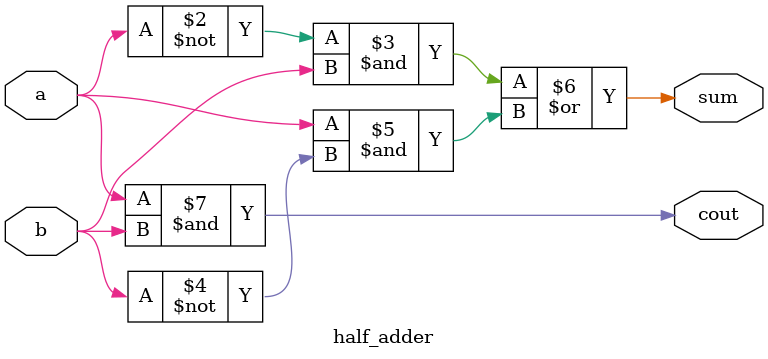
<source format=v>
module half_adder( 
input a, b,
output cout, sum );

	// internal signal declarations
	reg sum, cout;
	
	always @ ( a or b ) begin
	
	// sum will be 1 if the inputs are both 1
	// zero (or not true) if the inputs are both zero
	// cout is zero if no carry takes place
	// otherwise, cout is 1
	
	// this is just a description of the state space diagram
	// sum is sum if b=1, otherwise is zero
	// cout is 1 is a and b are not equal
	
	sum = (~a & b) | (a & ~b);
	cout = (a & b);
	end
endmodule

</source>
